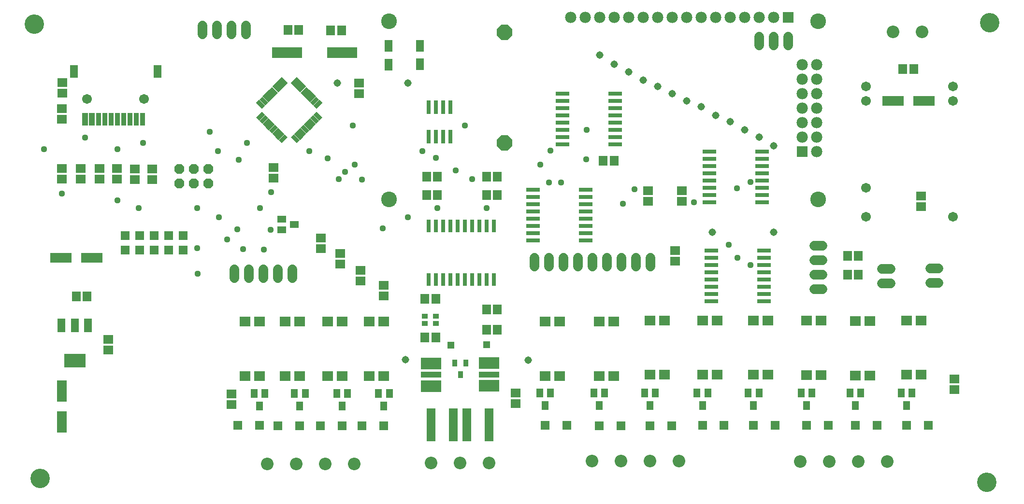
<source format=gbr>
G75*
%MOIN*%
%OFA0B0*%
%FSLAX25Y25*%
%IPPOS*%
%LPD*%
%AMOC8*
5,1,8,0,0,1.08239X$1,22.5*
%
%ADD10C,0.13398*%
%ADD11R,0.06706X0.05918*%
%ADD12R,0.07808X0.06902*%
%ADD13R,0.06312X0.06312*%
%ADD14R,0.03162X0.09461*%
%ADD15OC8,0.10800*%
%ADD16R,0.05800X0.08300*%
%ADD17R,0.05918X0.06706*%
%ADD18C,0.06737*%
%ADD19C,0.08674*%
%ADD20R,0.05599X0.09599*%
%ADD21R,0.14973X0.09461*%
%ADD22R,0.07099X0.14580*%
%ADD23R,0.14580X0.07099*%
%ADD24R,0.05800X0.03000*%
%ADD25R,0.03000X0.05800*%
%ADD26R,0.20800X0.07800*%
%ADD27OC8,0.06800*%
%ADD28R,0.05918X0.22847*%
%ADD29R,0.14186X0.08083*%
%ADD30R,0.14186X0.03950*%
%ADD31R,0.03300X0.04800*%
%ADD32R,0.03000X0.08600*%
%ADD33R,0.04343X0.03556*%
%ADD34R,0.09461X0.03162*%
%ADD35C,0.06800*%
%ADD36R,0.05950X0.05950*%
%ADD37R,0.03556X0.08674*%
%ADD38R,0.04146X0.08674*%
%ADD39C,0.06706*%
%ADD40R,0.05524X0.08674*%
%ADD41R,0.07099X0.05918*%
%ADD42C,0.07800*%
%ADD43R,0.07800X0.07800*%
%ADD44C,0.10800*%
%ADD45C,0.06737*%
%ADD46R,0.04737X0.06312*%
%ADD47R,0.06312X0.04737*%
%ADD48C,0.04375*%
%ADD49C,0.05162*%
%ADD50R,0.05162X0.05162*%
D10*
X0020187Y0023500D03*
X0016187Y0337000D03*
X0673187Y0020750D03*
X0675437Y0338000D03*
D11*
X0462937Y0222240D03*
X0462937Y0214760D03*
X0439687Y0214760D03*
X0439687Y0222240D03*
X0458437Y0180740D03*
X0458437Y0173260D03*
X0627937Y0211010D03*
X0627937Y0218490D03*
X0650937Y0092240D03*
X0650937Y0084760D03*
X0348187Y0082490D03*
X0348187Y0075010D03*
X0257187Y0149260D03*
X0257187Y0156740D03*
X0241187Y0159760D03*
X0241187Y0167240D03*
X0227437Y0171260D03*
X0227437Y0178740D03*
X0213937Y0182010D03*
X0213937Y0189490D03*
X0181437Y0230760D03*
X0181437Y0238240D03*
X0240437Y0289010D03*
X0240437Y0296490D03*
X0035687Y0296740D03*
X0035687Y0289260D03*
X0067187Y0119490D03*
X0067187Y0112010D03*
X0152187Y0081740D03*
X0152187Y0074260D03*
D12*
X0161687Y0094220D03*
X0171687Y0094220D03*
X0189437Y0094220D03*
X0199437Y0094220D03*
X0218687Y0094220D03*
X0228687Y0094220D03*
X0247437Y0094220D03*
X0257437Y0094220D03*
X0257437Y0131780D03*
X0247437Y0131780D03*
X0228687Y0131780D03*
X0218687Y0131780D03*
X0199437Y0131780D03*
X0189437Y0131780D03*
X0171687Y0131780D03*
X0161687Y0131780D03*
X0368687Y0131780D03*
X0378687Y0131780D03*
X0405937Y0131780D03*
X0415937Y0131780D03*
X0440937Y0132530D03*
X0450937Y0132530D03*
X0477187Y0132530D03*
X0487187Y0132530D03*
X0512437Y0132530D03*
X0522437Y0132530D03*
X0548937Y0132280D03*
X0558937Y0132280D03*
X0582687Y0132030D03*
X0592687Y0132030D03*
X0617937Y0132530D03*
X0627937Y0132530D03*
X0627937Y0094970D03*
X0617937Y0094970D03*
X0592687Y0094470D03*
X0582687Y0094470D03*
X0558937Y0094720D03*
X0548937Y0094720D03*
X0522437Y0094970D03*
X0512437Y0094970D03*
X0487187Y0094970D03*
X0477187Y0094970D03*
X0450937Y0094970D03*
X0440937Y0094970D03*
X0415937Y0094220D03*
X0405937Y0094220D03*
X0378687Y0094220D03*
X0368687Y0094220D03*
D13*
X0368707Y0060000D03*
X0383667Y0060000D03*
X0405957Y0059750D03*
X0420917Y0059750D03*
X0440957Y0059750D03*
X0455917Y0059750D03*
X0477207Y0060000D03*
X0492167Y0060000D03*
X0512457Y0060000D03*
X0527417Y0060000D03*
X0548957Y0060250D03*
X0563917Y0060250D03*
X0582707Y0060250D03*
X0597667Y0060250D03*
X0617957Y0060250D03*
X0632917Y0060250D03*
X0257417Y0059750D03*
X0242457Y0059750D03*
X0228667Y0059750D03*
X0213707Y0059750D03*
X0199417Y0059750D03*
X0184457Y0059750D03*
X0171667Y0060000D03*
X0156707Y0060000D03*
D14*
X0288437Y0259264D03*
X0293437Y0259264D03*
X0298437Y0259264D03*
X0303437Y0259264D03*
X0303437Y0279736D03*
X0298437Y0279736D03*
X0293437Y0279736D03*
X0288437Y0279736D03*
D15*
X0340687Y0255250D03*
X0340687Y0331500D03*
D16*
X0282187Y0322000D03*
X0282187Y0309500D03*
X0260687Y0309000D03*
X0260687Y0322000D03*
D17*
X0228177Y0332750D03*
X0220697Y0332750D03*
X0198677Y0333250D03*
X0191197Y0333250D03*
X0286947Y0231750D03*
X0294427Y0231750D03*
X0294427Y0219250D03*
X0286947Y0219250D03*
X0328197Y0219250D03*
X0335677Y0219250D03*
X0335677Y0231750D03*
X0328197Y0231750D03*
X0408697Y0242750D03*
X0416177Y0242750D03*
X0577197Y0177000D03*
X0584677Y0177000D03*
X0584677Y0164250D03*
X0577197Y0164250D03*
X0335677Y0140250D03*
X0328197Y0140250D03*
X0328197Y0126250D03*
X0335677Y0126250D03*
X0293177Y0120750D03*
X0285697Y0120750D03*
X0285697Y0147500D03*
X0293177Y0147500D03*
X0052677Y0149000D03*
X0045197Y0149000D03*
X0615447Y0306250D03*
X0622927Y0306250D03*
D18*
X0560156Y0184250D02*
X0554219Y0184250D01*
X0554219Y0174250D02*
X0560156Y0174250D01*
X0560156Y0164250D02*
X0554219Y0164250D01*
X0554219Y0154250D02*
X0560156Y0154250D01*
X0634219Y0158500D02*
X0640156Y0158500D01*
X0640156Y0168500D02*
X0634219Y0168500D01*
X0194437Y0167719D02*
X0194437Y0161781D01*
X0184437Y0161781D02*
X0184437Y0167719D01*
X0174437Y0167719D02*
X0174437Y0161781D01*
X0164437Y0161781D02*
X0164437Y0167719D01*
X0154437Y0167719D02*
X0154437Y0161781D01*
D19*
X0176854Y0033402D03*
X0196854Y0033402D03*
X0216854Y0033402D03*
X0236854Y0033402D03*
X0290020Y0034098D03*
X0310020Y0034098D03*
X0330020Y0034098D03*
X0401020Y0035348D03*
X0421020Y0035348D03*
X0441020Y0035348D03*
X0461020Y0035348D03*
X0544520Y0035098D03*
X0564520Y0035098D03*
X0584520Y0035098D03*
X0604520Y0035098D03*
X0608604Y0331652D03*
X0628604Y0331652D03*
D20*
X0053285Y0129201D03*
X0044187Y0129201D03*
X0035089Y0129201D03*
D21*
X0044187Y0104799D03*
D22*
X0035187Y0083630D03*
X0035187Y0062370D03*
D23*
X0034807Y0175750D03*
X0056067Y0175750D03*
X0608807Y0284250D03*
X0630067Y0284250D03*
D24*
G36*
X0208821Y0280916D02*
X0212921Y0285016D01*
X0215043Y0282894D01*
X0210943Y0278794D01*
X0208821Y0280916D01*
G37*
G36*
X0206594Y0283143D02*
X0210694Y0287243D01*
X0212816Y0285121D01*
X0208716Y0281021D01*
X0206594Y0283143D01*
G37*
G36*
X0204367Y0285370D02*
X0208467Y0289470D01*
X0210589Y0287348D01*
X0206489Y0283248D01*
X0204367Y0285370D01*
G37*
G36*
X0202140Y0287598D02*
X0206240Y0291698D01*
X0208362Y0289576D01*
X0204262Y0285476D01*
X0202140Y0287598D01*
G37*
G36*
X0199913Y0289825D02*
X0204013Y0293925D01*
X0206135Y0291803D01*
X0202035Y0287703D01*
X0199913Y0289825D01*
G37*
G36*
X0197685Y0292052D02*
X0201785Y0296152D01*
X0203907Y0294030D01*
X0199807Y0289930D01*
X0197685Y0292052D01*
G37*
G36*
X0195458Y0294279D02*
X0199558Y0298379D01*
X0201680Y0296257D01*
X0197580Y0292157D01*
X0195458Y0294279D01*
G37*
G36*
X0193231Y0296506D02*
X0197331Y0300606D01*
X0199453Y0298484D01*
X0195353Y0294384D01*
X0193231Y0296506D01*
G37*
G36*
X0169331Y0272606D02*
X0173431Y0276706D01*
X0175553Y0274584D01*
X0171453Y0270484D01*
X0169331Y0272606D01*
G37*
G36*
X0171558Y0270379D02*
X0175658Y0274479D01*
X0177780Y0272357D01*
X0173680Y0268257D01*
X0171558Y0270379D01*
G37*
G36*
X0173785Y0268152D02*
X0177885Y0272252D01*
X0180007Y0270130D01*
X0175907Y0266030D01*
X0173785Y0268152D01*
G37*
G36*
X0176012Y0265924D02*
X0180112Y0270024D01*
X0182234Y0267902D01*
X0178134Y0263802D01*
X0176012Y0265924D01*
G37*
G36*
X0178239Y0263697D02*
X0182339Y0267797D01*
X0184461Y0265675D01*
X0180361Y0261575D01*
X0178239Y0263697D01*
G37*
G36*
X0180467Y0261470D02*
X0184567Y0265570D01*
X0186689Y0263448D01*
X0182589Y0259348D01*
X0180467Y0261470D01*
G37*
G36*
X0182694Y0259243D02*
X0186794Y0263343D01*
X0188916Y0261221D01*
X0184816Y0257121D01*
X0182694Y0259243D01*
G37*
G36*
X0184921Y0257016D02*
X0189021Y0261116D01*
X0191143Y0258994D01*
X0187043Y0254894D01*
X0184921Y0257016D01*
G37*
D25*
G36*
X0193231Y0258994D02*
X0195353Y0261116D01*
X0199453Y0257016D01*
X0197331Y0254894D01*
X0193231Y0258994D01*
G37*
G36*
X0195458Y0261221D02*
X0197580Y0263343D01*
X0201680Y0259243D01*
X0199558Y0257121D01*
X0195458Y0261221D01*
G37*
G36*
X0197685Y0263448D02*
X0199807Y0265570D01*
X0203907Y0261470D01*
X0201785Y0259348D01*
X0197685Y0263448D01*
G37*
G36*
X0199913Y0265675D02*
X0202035Y0267797D01*
X0206135Y0263697D01*
X0204013Y0261575D01*
X0199913Y0265675D01*
G37*
G36*
X0202140Y0267902D02*
X0204262Y0270024D01*
X0208362Y0265924D01*
X0206240Y0263802D01*
X0202140Y0267902D01*
G37*
G36*
X0204367Y0270130D02*
X0206489Y0272252D01*
X0210589Y0268152D01*
X0208467Y0266030D01*
X0204367Y0270130D01*
G37*
G36*
X0206594Y0272357D02*
X0208716Y0274479D01*
X0212816Y0270379D01*
X0210694Y0268257D01*
X0206594Y0272357D01*
G37*
G36*
X0208821Y0274584D02*
X0210943Y0276706D01*
X0215043Y0272606D01*
X0212921Y0270484D01*
X0208821Y0274584D01*
G37*
G36*
X0178239Y0291803D02*
X0180361Y0293925D01*
X0184461Y0289825D01*
X0182339Y0287703D01*
X0178239Y0291803D01*
G37*
G36*
X0176012Y0289576D02*
X0178134Y0291698D01*
X0182234Y0287598D01*
X0180112Y0285476D01*
X0176012Y0289576D01*
G37*
G36*
X0173785Y0287348D02*
X0175907Y0289470D01*
X0180007Y0285370D01*
X0177885Y0283248D01*
X0173785Y0287348D01*
G37*
G36*
X0171558Y0285121D02*
X0173680Y0287243D01*
X0177780Y0283143D01*
X0175658Y0281021D01*
X0171558Y0285121D01*
G37*
G36*
X0169331Y0282894D02*
X0171453Y0285016D01*
X0175553Y0280916D01*
X0173431Y0278794D01*
X0169331Y0282894D01*
G37*
G36*
X0180467Y0294030D02*
X0182589Y0296152D01*
X0186689Y0292052D01*
X0184567Y0289930D01*
X0180467Y0294030D01*
G37*
G36*
X0182694Y0296257D02*
X0184816Y0298379D01*
X0188916Y0294279D01*
X0186794Y0292157D01*
X0182694Y0296257D01*
G37*
G36*
X0184921Y0298484D02*
X0187043Y0300606D01*
X0191143Y0296506D01*
X0189021Y0294384D01*
X0184921Y0298484D01*
G37*
D26*
X0190687Y0317500D03*
X0228687Y0317500D03*
D27*
X0136187Y0237250D03*
X0126187Y0237250D03*
X0116187Y0237250D03*
X0116187Y0227250D03*
X0126187Y0227250D03*
X0136187Y0227250D03*
D28*
X0290010Y0060500D03*
X0305364Y0060500D03*
X0314760Y0060500D03*
X0330114Y0060500D03*
D29*
X0329937Y0087376D03*
X0329937Y0103124D03*
X0289937Y0102874D03*
X0289937Y0087126D03*
D30*
X0289937Y0095000D03*
X0329937Y0095250D03*
D31*
X0313927Y0102937D03*
X0306447Y0102937D03*
X0310187Y0095063D03*
D32*
X0308187Y0160750D03*
X0303187Y0160750D03*
X0298187Y0160750D03*
X0293187Y0160750D03*
X0288187Y0160750D03*
X0313187Y0160750D03*
X0318187Y0160750D03*
X0323187Y0160750D03*
X0328187Y0160750D03*
X0333187Y0160750D03*
X0333187Y0197750D03*
X0328187Y0197750D03*
X0323187Y0197750D03*
X0318187Y0197750D03*
X0313187Y0197750D03*
X0308187Y0197750D03*
X0303187Y0197750D03*
X0298187Y0197750D03*
X0293187Y0197750D03*
X0288187Y0197750D03*
D33*
X0285687Y0135559D03*
X0293187Y0135559D03*
X0293187Y0130441D03*
X0285687Y0130441D03*
D34*
X0360327Y0187750D03*
X0360327Y0192750D03*
X0360327Y0197750D03*
X0360327Y0202750D03*
X0360327Y0207750D03*
X0360327Y0212750D03*
X0360327Y0217750D03*
X0360327Y0222750D03*
X0396547Y0222750D03*
X0396547Y0217750D03*
X0396547Y0212750D03*
X0396547Y0207750D03*
X0396547Y0202750D03*
X0396547Y0197750D03*
X0396547Y0192750D03*
X0396547Y0187750D03*
X0482077Y0214000D03*
X0482077Y0219000D03*
X0482077Y0224000D03*
X0482077Y0229000D03*
X0482077Y0234000D03*
X0482077Y0239000D03*
X0482077Y0244000D03*
X0482077Y0249000D03*
X0518297Y0249000D03*
X0518297Y0244000D03*
X0518297Y0239000D03*
X0518297Y0234000D03*
X0518297Y0229000D03*
X0518297Y0224000D03*
X0518297Y0219000D03*
X0518297Y0214000D03*
X0519547Y0180750D03*
X0519547Y0175750D03*
X0519547Y0170750D03*
X0519547Y0165750D03*
X0519547Y0160750D03*
X0519547Y0155750D03*
X0519547Y0150750D03*
X0519547Y0145750D03*
X0483327Y0145750D03*
X0483327Y0150750D03*
X0483327Y0155750D03*
X0483327Y0160750D03*
X0483327Y0165750D03*
X0483327Y0170750D03*
X0483327Y0175750D03*
X0483327Y0180750D03*
X0417047Y0254250D03*
X0417047Y0259250D03*
X0417047Y0264250D03*
X0417047Y0269250D03*
X0417047Y0274250D03*
X0417047Y0279250D03*
X0417047Y0284250D03*
X0417047Y0289250D03*
X0380827Y0289250D03*
X0380827Y0284250D03*
X0380827Y0279250D03*
X0380827Y0274250D03*
X0380827Y0269250D03*
X0380827Y0264250D03*
X0380827Y0259250D03*
X0380827Y0254250D03*
D35*
X0516187Y0322500D02*
X0516187Y0328500D01*
X0526187Y0328500D02*
X0526187Y0322500D01*
X0536187Y0322500D02*
X0536187Y0328500D01*
X0441187Y0175750D02*
X0441187Y0169750D01*
X0431187Y0169750D02*
X0431187Y0175750D01*
X0421187Y0175750D02*
X0421187Y0169750D01*
X0411187Y0169750D02*
X0411187Y0175750D01*
X0401187Y0175750D02*
X0401187Y0169750D01*
X0391187Y0169750D02*
X0391187Y0175750D01*
X0381187Y0175750D02*
X0381187Y0169750D01*
X0371187Y0169750D02*
X0371187Y0175750D01*
X0361187Y0175750D02*
X0361187Y0169750D01*
X0600937Y0168250D02*
X0606937Y0168250D01*
X0606937Y0158250D02*
X0600937Y0158250D01*
X0162187Y0330250D02*
X0162187Y0336250D01*
X0152187Y0336250D02*
X0152187Y0330250D01*
X0142187Y0330250D02*
X0142187Y0336250D01*
X0132187Y0336250D02*
X0132187Y0330250D01*
D36*
X0118937Y0191250D03*
X0108937Y0191250D03*
X0098937Y0191250D03*
X0088937Y0191250D03*
X0078937Y0191250D03*
X0078937Y0181250D03*
X0088937Y0181250D03*
X0098937Y0181250D03*
X0108937Y0181250D03*
X0118937Y0181250D03*
D37*
X0091138Y0271313D03*
X0086807Y0271313D03*
X0082476Y0271313D03*
X0078146Y0271313D03*
X0073815Y0271313D03*
X0069484Y0271313D03*
X0065154Y0271313D03*
X0060823Y0271313D03*
D38*
X0055902Y0271313D03*
X0051374Y0271313D03*
D39*
X0052752Y0285486D03*
X0092122Y0285486D03*
D40*
X0101177Y0304384D03*
X0043697Y0304384D03*
D41*
X0035437Y0278740D03*
X0035437Y0271260D03*
X0035437Y0237490D03*
X0035437Y0230010D03*
X0048437Y0230010D03*
X0048437Y0237490D03*
X0061437Y0237490D03*
X0061437Y0230010D03*
X0073437Y0230010D03*
X0073437Y0237490D03*
X0085687Y0237240D03*
X0097687Y0237240D03*
X0097687Y0229760D03*
X0085687Y0229760D03*
D42*
X0386203Y0341750D03*
X0396203Y0341750D03*
X0406203Y0341750D03*
X0416203Y0341750D03*
X0426203Y0341750D03*
X0436203Y0341750D03*
X0446203Y0341750D03*
X0456203Y0341750D03*
X0466203Y0341750D03*
X0476203Y0341750D03*
X0486203Y0341750D03*
X0496203Y0341750D03*
X0506203Y0341750D03*
X0516203Y0341750D03*
X0526203Y0341750D03*
X0545937Y0309250D03*
X0555937Y0309250D03*
X0555937Y0299250D03*
X0545937Y0299250D03*
X0545937Y0289250D03*
X0555937Y0289250D03*
X0555937Y0279250D03*
X0545937Y0279250D03*
X0545937Y0269250D03*
X0555937Y0269250D03*
X0555937Y0259250D03*
X0545937Y0259250D03*
X0555937Y0249250D03*
D43*
X0545937Y0249250D03*
X0536203Y0341750D03*
D44*
X0556937Y0339250D03*
X0556937Y0216250D03*
X0260837Y0216250D03*
X0260837Y0339250D03*
D45*
X0589937Y0294000D03*
X0589937Y0284000D03*
X0649937Y0284000D03*
X0649937Y0294000D03*
X0589937Y0224000D03*
X0589937Y0204000D03*
X0649937Y0204000D03*
D46*
X0621677Y0082331D03*
X0614197Y0082331D03*
X0617937Y0073669D03*
X0586427Y0082331D03*
X0578947Y0082331D03*
X0582687Y0073669D03*
X0552677Y0082331D03*
X0545197Y0082331D03*
X0548937Y0073669D03*
X0516177Y0082331D03*
X0508697Y0082331D03*
X0512437Y0073669D03*
X0480927Y0082331D03*
X0473447Y0082331D03*
X0477187Y0073669D03*
X0444677Y0082331D03*
X0437197Y0082331D03*
X0440937Y0073669D03*
X0409677Y0082331D03*
X0402197Y0082331D03*
X0405937Y0073669D03*
X0372427Y0082331D03*
X0364947Y0082331D03*
X0368687Y0073669D03*
X0261177Y0082081D03*
X0253697Y0082081D03*
X0257437Y0073419D03*
X0232427Y0082081D03*
X0224947Y0082081D03*
X0228687Y0073419D03*
X0203177Y0082081D03*
X0195697Y0082081D03*
X0199437Y0073419D03*
X0175427Y0082081D03*
X0167947Y0082081D03*
X0171687Y0073419D03*
D47*
X0186856Y0195010D03*
X0195518Y0198750D03*
X0186856Y0202490D03*
D48*
X0171937Y0210000D03*
X0179687Y0221000D03*
X0143687Y0203750D03*
X0156187Y0195500D03*
X0149187Y0188500D03*
X0160437Y0181750D03*
X0174687Y0181500D03*
X0179437Y0195000D03*
X0128687Y0182500D03*
X0128937Y0164750D03*
X0128687Y0210000D03*
X0088437Y0210000D03*
X0073687Y0215500D03*
X0035437Y0220250D03*
X0022937Y0250750D03*
X0051437Y0258750D03*
X0073687Y0250750D03*
X0091187Y0255000D03*
X0137187Y0262750D03*
X0142937Y0249500D03*
X0157187Y0243500D03*
X0162937Y0255000D03*
X0205937Y0249500D03*
X0218687Y0244500D03*
X0230687Y0235000D03*
X0237187Y0240250D03*
X0242187Y0229750D03*
X0226437Y0230250D03*
X0273937Y0203750D03*
X0256687Y0196000D03*
X0294437Y0210250D03*
X0318187Y0230000D03*
X0306937Y0236000D03*
X0293187Y0244750D03*
X0283937Y0249500D03*
X0313187Y0267000D03*
X0365437Y0240250D03*
X0372187Y0249750D03*
X0396937Y0243750D03*
X0379687Y0227750D03*
X0371187Y0227750D03*
X0328187Y0210250D03*
X0422187Y0213000D03*
X0430187Y0223000D03*
X0471187Y0214250D03*
X0500937Y0223750D03*
X0510187Y0228250D03*
X0495437Y0184750D03*
X0501187Y0175750D03*
X0510187Y0170750D03*
X0397187Y0264250D03*
X0236073Y0267000D03*
D49*
X0225437Y0296500D03*
X0273937Y0296500D03*
X0406203Y0315750D03*
X0416203Y0309500D03*
X0426203Y0304250D03*
X0436203Y0298500D03*
X0446203Y0294250D03*
X0456203Y0289000D03*
X0466203Y0284250D03*
X0476203Y0280000D03*
X0486203Y0274250D03*
X0496203Y0269750D03*
X0506203Y0264250D03*
X0516187Y0259000D03*
X0526187Y0253250D03*
X0526437Y0193500D03*
X0483937Y0193500D03*
X0356937Y0105250D03*
X0272187Y0105500D03*
D50*
X0303687Y0115500D03*
X0328187Y0115750D03*
M02*

</source>
